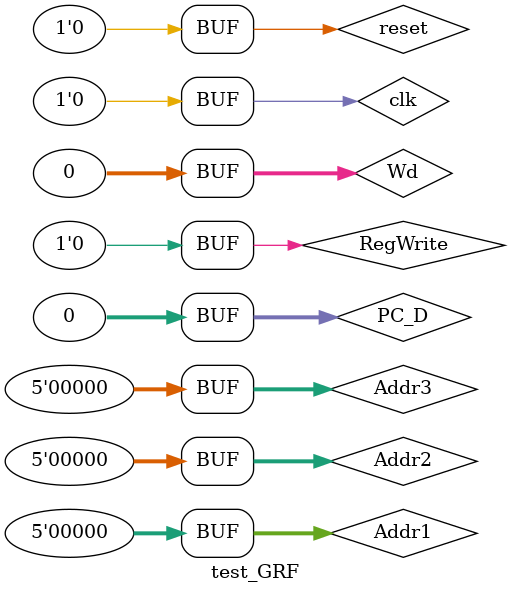
<source format=v>
`timescale 1ns / 1ps


module test_GRF;

	// Inputs
	reg clk;
	reg reset;
	reg RegWrite;
	reg [4:0] Addr1;
	reg [4:0] Addr2;
	reg [4:0] Addr3;
	reg [31:0] Wd;
	reg [31:0] PC_D;

	// Outputs
	wire [31:0] Read1;
	wire [31:0] Read2;

	// Instantiate the Unit Under Test (UUT)
	GRF uut (
		.clk(clk), 
		.reset(reset), 
		.RegWrite(RegWrite), 
		.Addr1(Addr1), 
		.Addr2(Addr2), 
		.Addr3(Addr3), 
		.Wd(Wd), 
		.PC_D(PC_D), 
		.Read1(Read1), 
		.Read2(Read2)
	);

	initial begin
		// Initialize Inputs
		clk = 0;
		reset = 0;
		RegWrite = 0;
		Addr1 = 0;
		Addr2 = 0;
		Addr3 = 0;
		Wd = 0;
		PC_D = 0;

		// Wait 100 ns for global reset to finish
		#100;
        
		// Add stimulus here

	end
      
endmodule


</source>
